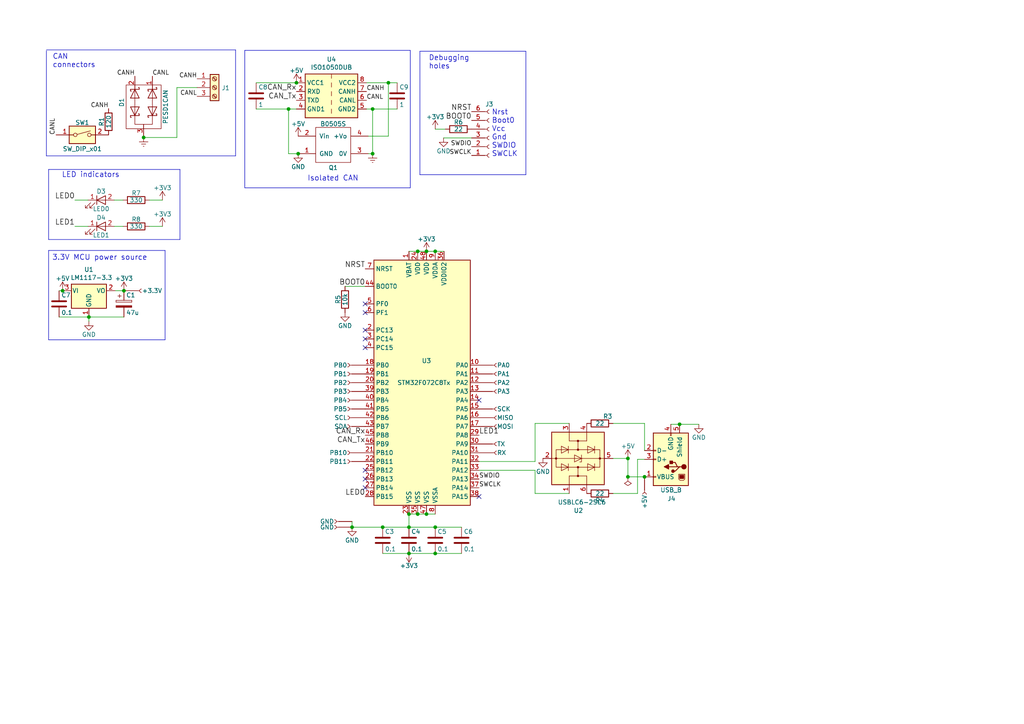
<source format=kicad_sch>
(kicad_sch (version 20230121) (generator eeschema)
  (paper "A4")
  (title_block (title "STM32F0x2 based USB<>CAN converter (isolated)") (company "SAO RAS"))
  (lib_symbols
    (symbol "Connector:Conn_01x01_Female" (pin_numbers hide) (pin_names (offset 1.016) hide)
      (property "Reference" "J" (at 0 2.54 0))
      (property "Value" "Conn_01x01_Female" (at 0 -2.54 0))
      (symbol "Conn_01x01_Female_1_1"
        (polyline (pts (xy -1.27 0) (xy -0.508 0)) (stroke (width 0.1524)))
        (arc (start 0 0.508) (mid -0.5058 0) (end 0 -0.508) (stroke (width 0.1524)))
        (pin passive line (at -5.08 0 0) (length 3.81) (name "Pin_1") (number "1"))
      )
    )
    (symbol "Connector:Conn_01x06_Female" (pin_names (offset 1.016) hide)
      (property "Reference" "J" (at 0 7.62 0))
      (property "Value" "Conn_01x06_Female" (at 0 -10.16 0))
      (symbol "Conn_01x06_Female_1_1"
        (arc (start 0 -7.112) (mid -0.5058 -7.62) (end 0 -8.128) (stroke (width 0.1524)))
        (arc (start 0 -4.572) (mid -0.5058 -5.08) (end 0 -5.588) (stroke (width 0.1524)))
        (arc (start 0 -2.032) (mid -0.5058 -2.54) (end 0 -3.048) (stroke (width 0.1524)))
        (polyline (pts (xy -1.27 -7.62) (xy -0.508 -7.62)) (stroke (width 0.1524)))
        (polyline (pts (xy -1.27 -5.08) (xy -0.508 -5.08)) (stroke (width 0.1524)))
        (polyline (pts (xy -1.27 -2.54) (xy -0.508 -2.54)) (stroke (width 0.1524)))
        (polyline (pts (xy -1.27 0) (xy -0.508 0)) (stroke (width 0.1524)))
        (polyline (pts (xy -1.27 2.54) (xy -0.508 2.54)) (stroke (width 0.1524)))
        (polyline (pts (xy -1.27 5.08) (xy -0.508 5.08)) (stroke (width 0.1524)))
        (arc (start 0 0.508) (mid -0.5058 0) (end 0 -0.508) (stroke (width 0.1524)))
        (arc (start 0 3.048) (mid -0.5058 2.54) (end 0 2.032) (stroke (width 0.1524)))
        (arc (start 0 5.588) (mid -0.5058 5.08) (end 0 4.572) (stroke (width 0.1524)))
        (pin passive line (at -5.08 5.08 0) (length 3.81) (name "Pin_1") (number "1"))
        (pin passive line (at -5.08 2.54 0) (length 3.81) (name "Pin_2") (number "2"))
        (pin passive line (at -5.08 0 0) (length 3.81) (name "Pin_3") (number "3"))
        (pin passive line (at -5.08 -2.54 0) (length 3.81) (name "Pin_4") (number "4"))
        (pin passive line (at -5.08 -5.08 0) (length 3.81) (name "Pin_5") (number "5"))
        (pin passive line (at -5.08 -7.62 0) (length 3.81) (name "Pin_6") (number "6"))
      )
    )
    (symbol "Connector:Screw_Terminal_01x03" (pin_names (offset 1.016) hide)
      (property "Reference" "J" (at 0 5.08 0))
      (property "Value" "Screw_Terminal_01x03" (at 0 -5.08 0))
      (symbol "Screw_Terminal_01x03_1_1"
        (rectangle (start -1.27 3.81) (end 1.27 -3.81) (stroke (width 0.254)) (fill (type background)))
        (circle (center 0 -2.54) (radius 0.635) (stroke (width 0.1524)))
        (polyline (pts (xy -0.5334 -2.2098) (xy 0.3302 -3.048)) (stroke (width 0.1524)))
        (polyline (pts (xy -0.5334 0.3302) (xy 0.3302 -0.508)) (stroke (width 0.1524)))
        (polyline (pts (xy -0.5334 2.8702) (xy 0.3302 2.032)) (stroke (width 0.1524)))
        (polyline (pts (xy -0.3556 -2.032) (xy 0.508 -2.8702)) (stroke (width 0.1524)))
        (polyline (pts (xy -0.3556 0.508) (xy 0.508 -0.3302)) (stroke (width 0.1524)))
        (polyline (pts (xy -0.3556 3.048) (xy 0.508 2.2098)) (stroke (width 0.1524)))
        (circle (center 0 0) (radius 0.635) (stroke (width 0.1524)))
        (circle (center 0 2.54) (radius 0.635) (stroke (width 0.1524)))
        (pin passive line (at -5.08 2.54 0) (length 3.81) (name "Pin_1") (number "1"))
        (pin passive line (at -5.08 0 0) (length 3.81) (name "Pin_2") (number "2"))
        (pin passive line (at -5.08 -2.54 0) (length 3.81) (name "Pin_3") (number "3"))
      )
    )
    (symbol "Connector:USB_B" (pin_names (offset 1.016))
      (property "Reference" "J" (at -5.08 11.43 0))
      (property "Value" "USB_B" (at -5.08 8.89 0))
      (symbol "USB_B_0_1"
        (rectangle (start -5.08 -7.62) (end 5.08 7.62) (stroke (width 0.254)) (fill (type background)))
        (circle (center -3.81 2.159) (radius 0.635) (stroke (width 0.254)) (fill (type outline)))
        (rectangle (start -3.81 5.588) (end -2.54 4.572) (fill (type outline)))
        (circle (center -0.635 3.429) (radius 0.381) (stroke (width 0.254)) (fill (type outline)))
        (rectangle (start -0.127 -7.62) (end 0.127 -6.858))
        (polyline (pts (xy -1.905 2.159) (xy 0.635 2.159)) (stroke (width 0.254)))
        (polyline (pts (xy -3.175 2.159) (xy -2.54 2.159) (xy -1.27 3.429) (xy -0.635 3.429)) (stroke (width 0.254)))
        (polyline (pts (xy -2.54 2.159) (xy -1.905 2.159) (xy -1.27 0.889) (xy 0 0.889)) (stroke (width 0.254)))
        (polyline (pts (xy 0.635 2.794) (xy 0.635 1.524) (xy 1.905 2.159) (xy 0.635 2.794)) (stroke (width 0.254)) (fill (type outline)))
        (polyline (pts (xy -4.064 4.318) (xy -2.286 4.318) (xy -2.286 5.715) (xy -2.667 6.096) (xy -3.683 6.096) (xy -4.064 5.715) (xy -4.064 4.318)))
        (rectangle (start 0.254 1.27) (end -0.508 0.508) (stroke (width 0.254)) (fill (type outline)))
        (rectangle (start 5.08 -2.667) (end 4.318 -2.413))
        (rectangle (start 5.08 -0.127) (end 4.318 0.127))
        (rectangle (start 5.08 4.953) (end 4.318 5.207))
      )
      (symbol "USB_B_1_1"
        (pin power_out line (at 7.62 5.08 180) (length 2.54) (name "VBUS") (number "1"))
        (pin bidirectional line (at 7.62 -2.54 180) (length 2.54) (name "D-") (number "2"))
        (pin bidirectional line (at 7.62 0 180) (length 2.54) (name "D+") (number "3"))
        (pin power_out line (at 0 -10.16 90) (length 2.54) (name "GND") (number "4"))
        (pin passive line (at -2.54 -10.16 90) (length 2.54) (name "Shield") (number "5"))
      )
    )
    (symbol "Interface_CAN_LIN:ISO1050DUB"
      (property "Reference" "U" (at -6.35 6.35 0))
      (property "Value" "ISO1050DUB" (at 2.54 6.35 0))
      (symbol "ISO1050DUB_0_1"
        (rectangle (start -7.62 5.08) (end 7.62 -7.62) (stroke (width 0.254)) (fill (type background)))
        (polyline (pts (xy 0 -5.08) (xy 0 -6.35)))
        (polyline (pts (xy 0 -2.54) (xy 0 -3.81)))
        (polyline (pts (xy 0 0) (xy 0 -1.27)))
        (polyline (pts (xy 0 2.54) (xy 0 1.27)))
        (polyline (pts (xy 0 5.08) (xy 0 3.81)))
      )
      (symbol "ISO1050DUB_1_1"
        (pin power_in line (at -10.16 2.54 0) (length 2.54) (name "VCC1") (number "1"))
        (pin output line (at -10.16 0 0) (length 2.54) (name "RXD") (number "2"))
        (pin input line (at -10.16 -2.54 0) (length 2.54) (name "TXD") (number "3"))
        (pin power_in line (at -10.16 -5.08 0) (length 2.54) (name "GND1") (number "4"))
        (pin power_in line (at 10.16 -5.08 180) (length 2.54) (name "GND2") (number "5"))
        (pin bidirectional line (at 10.16 -2.54 180) (length 2.54) (name "CANL") (number "6"))
        (pin bidirectional line (at 10.16 0 180) (length 2.54) (name "CANH") (number "7"))
        (pin power_in line (at 10.16 2.54 180) (length 2.54) (name "VCC2") (number "8"))
      )
    )
    (symbol "MCU_ST_STM32F0:STM32F072C8Tx"
      (property "Reference" "U" (at -15.24 36.83 0))
      (property "Value" "STM32F072C8Tx" (at 7.62 36.83 0))
      (symbol "STM32F072C8Tx_0_1"
        (rectangle (start -15.24 -35.56) (end 12.7 35.56) (stroke (width 0.254)) (fill (type background)))
      )
      (symbol "STM32F072C8Tx_1_1"
        (pin power_in line (at -5.08 38.1 270) (length 2.54) (name "VBAT") (number "1"))
        (pin bidirectional line (at 15.24 5.08 180) (length 2.54) (name "PA0") (number "10"))
        (pin bidirectional line (at 15.24 2.54 180) (length 2.54) (name "PA1") (number "11"))
        (pin bidirectional line (at 15.24 0 180) (length 2.54) (name "PA2") (number "12"))
        (pin bidirectional line (at 15.24 -2.54 180) (length 2.54) (name "PA3") (number "13"))
        (pin bidirectional line (at 15.24 -5.08 180) (length 2.54) (name "PA4") (number "14"))
        (pin bidirectional line (at 15.24 -7.62 180) (length 2.54) (name "PA5") (number "15"))
        (pin bidirectional line (at 15.24 -10.16 180) (length 2.54) (name "PA6") (number "16"))
        (pin bidirectional line (at 15.24 -12.7 180) (length 2.54) (name "PA7") (number "17"))
        (pin bidirectional line (at -17.78 5.08 0) (length 2.54) (name "PB0") (number "18"))
        (pin bidirectional line (at -17.78 2.54 0) (length 2.54) (name "PB1") (number "19"))
        (pin bidirectional line (at -17.78 15.24 0) (length 2.54) (name "PC13") (number "2"))
        (pin bidirectional line (at -17.78 0 0) (length 2.54) (name "PB2") (number "20"))
        (pin bidirectional line (at -17.78 -20.32 0) (length 2.54) (name "PB10") (number "21"))
        (pin bidirectional line (at -17.78 -22.86 0) (length 2.54) (name "PB11") (number "22"))
        (pin power_in line (at -5.08 -38.1 90) (length 2.54) (name "VSS") (number "23"))
        (pin power_in line (at -2.54 38.1 270) (length 2.54) (name "VDD") (number "24"))
        (pin bidirectional line (at -17.78 -25.4 0) (length 2.54) (name "PB12") (number "25"))
        (pin bidirectional line (at -17.78 -27.94 0) (length 2.54) (name "PB13") (number "26"))
        (pin bidirectional line (at -17.78 -30.48 0) (length 2.54) (name "PB14") (number "27"))
        (pin bidirectional line (at -17.78 -33.02 0) (length 2.54) (name "PB15") (number "28"))
        (pin bidirectional line (at 15.24 -15.24 180) (length 2.54) (name "PA8") (number "29"))
        (pin bidirectional line (at -17.78 12.7 0) (length 2.54) (name "PC14") (number "3"))
        (pin bidirectional line (at 15.24 -17.78 180) (length 2.54) (name "PA9") (number "30"))
        (pin bidirectional line (at 15.24 -20.32 180) (length 2.54) (name "PA10") (number "31"))
        (pin bidirectional line (at 15.24 -22.86 180) (length 2.54) (name "PA11") (number "32"))
        (pin bidirectional line (at 15.24 -25.4 180) (length 2.54) (name "PA12") (number "33"))
        (pin bidirectional line (at 15.24 -27.94 180) (length 2.54) (name "PA13") (number "34"))
        (pin power_in line (at -2.54 -38.1 90) (length 2.54) (name "VSS") (number "35"))
        (pin power_in line (at 5.08 38.1 270) (length 2.54) (name "VDDIO2") (number "36"))
        (pin bidirectional line (at 15.24 -30.48 180) (length 2.54) (name "PA14") (number "37"))
        (pin bidirectional line (at 15.24 -33.02 180) (length 2.54) (name "PA15") (number "38"))
        (pin bidirectional line (at -17.78 -2.54 0) (length 2.54) (name "PB3") (number "39"))
        (pin bidirectional line (at -17.78 10.16 0) (length 2.54) (name "PC15") (number "4"))
        (pin bidirectional line (at -17.78 -5.08 0) (length 2.54) (name "PB4") (number "40"))
        (pin bidirectional line (at -17.78 -7.62 0) (length 2.54) (name "PB5") (number "41"))
        (pin bidirectional line (at -17.78 -10.16 0) (length 2.54) (name "PB6") (number "42"))
        (pin bidirectional line (at -17.78 -12.7 0) (length 2.54) (name "PB7") (number "43"))
        (pin input line (at -17.78 27.94 0) (length 2.54) (name "BOOT0") (number "44"))
        (pin bidirectional line (at -17.78 -15.24 0) (length 2.54) (name "PB8") (number "45"))
        (pin bidirectional line (at -17.78 -17.78 0) (length 2.54) (name "PB9") (number "46"))
        (pin power_in line (at 0 -38.1 90) (length 2.54) (name "VSS") (number "47"))
        (pin power_in line (at 0 38.1 270) (length 2.54) (name "VDD") (number "48"))
        (pin input line (at -17.78 22.86 0) (length 2.54) (name "PF0") (number "5"))
        (pin input line (at -17.78 20.32 0) (length 2.54) (name "PF1") (number "6"))
        (pin input line (at -17.78 33.02 0) (length 2.54) (name "NRST") (number "7"))
        (pin power_in line (at 2.54 -38.1 90) (length 2.54) (name "VSSA") (number "8"))
        (pin power_in line (at 2.54 38.1 270) (length 2.54) (name "VDDA") (number "9"))
      )
    )
    (symbol "Power_Protection:USBLC6-2SC6" (pin_names hide)
      (property "Reference" "U" (at 2.54 8.89 0))
      (property "Value" "USBLC6-2SC6" (at 2.54 -8.89 0))
      (symbol "USBLC6-2SC6_0_1"
        (rectangle (start -7.62 -7.62) (end 7.62 7.62) (stroke (width 0.254)) (fill (type background)))
        (circle (center -5.08 0) (radius 0.254) (fill (type outline)))
        (circle (center -2.54 0) (radius 0.254) (fill (type outline)))
        (rectangle (start -2.54 6.35) (end 2.54 -6.35))
        (circle (center 0 -6.35) (radius 0.254) (fill (type outline)))
        (polyline (pts (xy -5.08 -2.54) (xy -7.62 -2.54)))
        (polyline (pts (xy -5.08 0) (xy -5.08 -2.54)))
        (polyline (pts (xy -5.08 2.54) (xy -7.62 2.54)))
        (polyline (pts (xy -1.524 -2.794) (xy -3.556 -2.794)))
        (polyline (pts (xy -1.524 4.826) (xy -3.556 4.826)))
        (polyline (pts (xy 0 -7.62) (xy 0 -6.35)))
        (polyline (pts (xy 0 -6.35) (xy 0 1.27)))
        (polyline (pts (xy 0 1.27) (xy 0 6.35)))
        (polyline (pts (xy 0 6.35) (xy 0 7.62)))
        (polyline (pts (xy 1.524 -2.794) (xy 3.556 -2.794)))
        (polyline (pts (xy 1.524 4.826) (xy 3.556 4.826)))
        (polyline (pts (xy 5.08 -2.54) (xy 7.62 -2.54)))
        (polyline (pts (xy 5.08 0) (xy 5.08 -2.54)))
        (polyline (pts (xy 5.08 2.54) (xy 7.62 2.54)))
        (polyline (pts (xy -2.54 0) (xy -5.08 0) (xy -5.08 2.54)))
        (polyline (pts (xy 2.54 0) (xy 5.08 0) (xy 5.08 2.54)))
        (polyline (pts (xy -3.556 -4.826) (xy -1.524 -4.826) (xy -2.54 -2.794) (xy -3.556 -4.826)))
        (polyline (pts (xy -3.556 2.794) (xy -1.524 2.794) (xy -2.54 4.826) (xy -3.556 2.794)))
        (polyline (pts (xy -1.016 -1.016) (xy 1.016 -1.016) (xy 0 1.016) (xy -1.016 -1.016)))
        (polyline (pts (xy 1.016 1.016) (xy 0.762 1.016) (xy -1.016 1.016) (xy -1.016 0.508)))
        (polyline (pts (xy 3.556 -4.826) (xy 1.524 -4.826) (xy 2.54 -2.794) (xy 3.556 -4.826)))
        (polyline (pts (xy 3.556 2.794) (xy 1.524 2.794) (xy 2.54 4.826) (xy 3.556 2.794)))
        (circle (center 0 6.35) (radius 0.254) (fill (type outline)))
        (circle (center 2.54 0) (radius 0.254) (fill (type outline)))
        (circle (center 5.08 0) (radius 0.254) (fill (type outline)))
      )
      (symbol "USBLC6-2SC6_1_1"
        (pin passive line (at -10.16 -2.54 0) (length 2.54) (name "I/O1") (number "1"))
        (pin passive line (at 0 -10.16 90) (length 2.54) (name "GND") (number "2"))
        (pin passive line (at 10.16 -2.54 180) (length 2.54) (name "I/O2") (number "3"))
        (pin passive line (at 10.16 2.54 180) (length 2.54) (name "I/O2") (number "4"))
        (pin passive line (at 0 10.16 270) (length 2.54) (name "VBUS") (number "5"))
        (pin passive line (at -10.16 2.54 0) (length 2.54) (name "I/O1") (number "6"))
      )
    )
    (symbol "Regulator_Linear:LM1117-3.3" (pin_names (offset 0.254))
      (property "Reference" "U" (at -3.81 3.175 0))
      (property "Value" "LM1117-3.3" (at 0 3.175 0))
      (symbol "LM1117-3.3_0_1"
        (rectangle (start -5.08 -5.08) (end 5.08 1.905) (stroke (width 0.254)) (fill (type background)))
      )
      (symbol "LM1117-3.3_1_1"
        (pin power_in line (at 0 -7.62 90) (length 2.54) (name "GND") (number "1"))
        (pin power_out line (at 7.62 0 180) (length 2.54) (name "VO") (number "2"))
        (pin power_in line (at -7.62 0 0) (length 2.54) (name "VI") (number "3"))
      )
    )
    (symbol "Switch:SW_DIP_x01" (pin_names (offset 0) hide)
      (property "Reference" "SW" (at 0 3.81 0))
      (property "Value" "SW_DIP_x01" (at 0 -3.81 0))
      (symbol "SW_DIP_x01_0_0"
        (circle (center -2.032 0) (radius 0.508))
        (polyline (pts (xy -1.524 0.127) (xy 2.3622 1.1684)))
        (circle (center 2.032 0) (radius 0.508))
      )
      (symbol "SW_DIP_x01_0_1"
        (rectangle (start -3.81 2.54) (end 3.81 -2.54) (stroke (width 0.254)) (fill (type background)))
      )
      (symbol "SW_DIP_x01_1_1"
        (pin passive line (at -7.62 0 0) (length 5.08) (name "~") (number "1"))
        (pin passive line (at 7.62 0 180) (length 5.08) (name "~") (number "2"))
      )
    )
    (symbol "elements:B0505S" (pin_names (offset 1.016))
      (property "Reference" "Q?" (at 0 6.35 0))
      (property "Value" "B0505S" (at 0 -6.35 0))
      (symbol "B0505S_0_1"
        (rectangle (start -5.08 5.08) (end 5.08 -5.08))
      )
      (symbol "B0505S_1_1"
        (pin power_in line (at -10.16 -2.54 0) (length 5.08) (name "GND") (number "1"))
        (pin power_in line (at -10.16 2.54 0) (length 5.08) (name "Vin") (number "2"))
        (pin power_out line (at 10.16 -2.54 180) (length 5.08) (name "0V") (number "3"))
        (pin power_out line (at 10.16 2.54 180) (length 5.08) (name "+Vo") (number "4"))
      )
    )
    (symbol "elements:PESD1CAN" (pin_names (offset 0.762) hide)
      (property "Reference" "D" (at 0 -8.89 0))
      (property "Value" "PESD1CAN" (at 1.27 3.81 0))
      (symbol "PESD1CAN_0_1"
        (rectangle (start -5.08 2.54) (end 7.62 -7.62))
        (polyline (pts (xy -3.556 -5.08) (xy 3.81 -5.08)))
        (polyline (pts (xy -3.556 0) (xy 3.81 0)))
        (polyline (pts (xy -3.81 -3.81) (xy -3.81 -6.35) (xy -3.81 -6.35)) (stroke (width 0.2032)))
        (polyline (pts (xy -3.81 1.27) (xy -3.81 -1.27) (xy -3.81 -1.27)) (stroke (width 0.2032)))
        (polyline (pts (xy 3.81 -3.81) (xy 3.81 -6.35) (xy 3.81 -6.35)) (stroke (width 0.2032)))
        (polyline (pts (xy 3.81 1.27) (xy 3.81 -1.27) (xy 3.81 -1.27)) (stroke (width 0.2032)))
        (polyline (pts (xy -3.81 -3.81) (xy -4.318 -3.81) (xy -4.318 -4.064) (xy -4.318 -4.064)) (stroke (width 0.2032)))
        (polyline (pts (xy -3.81 1.27) (xy -4.318 1.27) (xy -4.318 1.016) (xy -4.318 1.016)) (stroke (width 0.2032)))
        (polyline (pts (xy 3.81 -6.35) (xy 4.318 -6.35) (xy 4.318 -6.096) (xy 4.318 -6.096)) (stroke (width 0.2032)))
        (polyline (pts (xy 3.81 -3.81) (xy 3.302 -3.81) (xy 3.302 -4.064) (xy 3.302 -4.064)) (stroke (width 0.2032)))
        (polyline (pts (xy 3.81 -1.27) (xy 4.318 -1.27) (xy 4.318 -1.016) (xy 4.318 -1.016)) (stroke (width 0.2032)))
        (polyline (pts (xy 3.81 0) (xy 6.35 0) (xy 6.35 -5.08) (xy 3.81 -5.08)))
        (polyline (pts (xy 3.81 1.27) (xy 3.302 1.27) (xy 3.302 1.016) (xy 3.302 1.016)) (stroke (width 0.2032)))
        (polyline (pts (xy -3.302 -6.096) (xy -3.302 -6.35) (xy -3.81 -6.35) (xy -3.81 -6.35) (xy -3.81 -6.35)) (stroke (width 0.2032)))
        (polyline (pts (xy -3.302 -1.016) (xy -3.302 -1.27) (xy -3.81 -1.27) (xy -3.81 -1.27) (xy -3.81 -1.27)) (stroke (width 0.2032)))
        (polyline (pts (xy -1.27 -6.35) (xy -3.81 -5.08) (xy -1.27 -3.81) (xy -1.27 -6.35) (xy -1.27 -6.35) (xy -1.27 -6.35)) (stroke (width 0.2032)))
        (polyline (pts (xy -1.27 -1.27) (xy -3.81 0) (xy -1.27 1.27) (xy -1.27 -1.27) (xy -1.27 -1.27) (xy -1.27 -1.27)) (stroke (width 0.2032)))
        (polyline (pts (xy 1.27 -3.81) (xy 3.81 -5.08) (xy 1.27 -6.35) (xy 1.27 -3.81) (xy 1.27 -3.81) (xy 1.27 -3.81)) (stroke (width 0.2032)))
        (polyline (pts (xy 1.27 1.27) (xy 3.81 0) (xy 1.27 -1.27) (xy 1.27 1.27) (xy 1.27 1.27) (xy 1.27 1.27)) (stroke (width 0.2032)))
        (pin passive line (at -7.62 0 0) (length 3.81) (name "K") (number "1"))
        (pin passive line (at -7.62 -5.08 0) (length 3.81) (name "K") (number "2"))
        (pin passive line (at 10.16 -2.54 180) (length 3.81) (name "O") (number "3"))
      )
    )
    (symbol "power:Earth" (power) (pin_names (offset 0))
      (symbol "Earth_0_1"
        (polyline (pts (xy -0.635 -1.905) (xy 0.635 -1.905)))
        (polyline (pts (xy -0.127 -2.54) (xy 0.127 -2.54)))
        (polyline (pts (xy 0 -1.27) (xy 0 0)))
        (polyline (pts (xy 1.27 -1.27) (xy -1.27 -1.27)))
      )
      (symbol "Earth_1_1"
        (pin power_in line (at 0 0 270) (length 0) hide (name "Earth") (number "1"))
      )
    )
    (symbol "stm32-rescue:+3.3V" (power) (pin_names (offset 0))
      (property "Value" "+3.3V" (at 0 3.556 0))
      (symbol "+3.3V_0_1"
        (polyline (pts (xy -0.762 1.27) (xy 0 2.54)))
        (polyline (pts (xy 0 0) (xy 0 2.54)))
        (polyline (pts (xy 0 2.54) (xy 0.762 1.27)))
      )
      (symbol "+3.3V_1_1"
        (pin power_in line (at 0 0 90) (length 0) hide (name "+3V3") (number "1"))
      )
    )
    (symbol "stm32-rescue:+5V" (power) (pin_names (offset 0))
      (property "Value" "+5V" (at 0 3.556 0))
      (symbol "+5V_0_1"
        (polyline (pts (xy -0.762 1.27) (xy 0 2.54)))
        (polyline (pts (xy 0 0) (xy 0 2.54)))
        (polyline (pts (xy 0 2.54) (xy 0.762 1.27)))
      )
      (symbol "+5V_1_1"
        (pin power_in line (at 0 0 90) (length 0) hide (name "+5V") (number "1"))
      )
    )
    (symbol "stm32-rescue:C" (pin_numbers hide) (pin_names (offset 0.254))
      (property "Reference" "C" (at 0.635 2.54 0))
      (property "Value" "C" (at 0.635 -2.54 0))
      (symbol "C_0_1"
        (polyline (pts (xy -2.032 -0.762) (xy 2.032 -0.762)) (stroke (width 0.508)))
        (polyline (pts (xy -2.032 0.762) (xy 2.032 0.762)) (stroke (width 0.508)))
      )
      (symbol "C_1_1"
        (pin passive line (at 0 3.81 270) (length 2.794) (name "~") (number "1"))
        (pin passive line (at 0 -3.81 90) (length 2.794) (name "~") (number "2"))
      )
    )
    (symbol "stm32-rescue:CONN_01X01" (pin_names (offset 1.016) hide)
      (property "Reference" "J" (at 0 2.54 0))
      (property "Value" "CONN_01X01" (at 2.54 0 90))
      (symbol "CONN_01X01_0_1"
        (rectangle (start -1.27 0.127) (end 0.254 -0.127))
        (rectangle (start -1.27 1.27) (end 1.27 -1.27))
      )
      (symbol "CONN_01X01_1_1"
        (pin passive line (at -5.08 0 0) (length 3.81) (name "P1") (number "1"))
      )
    )
    (symbol "stm32-rescue:CP" (pin_numbers hide) (pin_names (offset 0.254))
      (property "Reference" "C" (at 0.635 2.54 0))
      (property "Value" "CP" (at 0.635 -2.54 0))
      (symbol "CP_0_1"
        (rectangle (start -2.286 0.508) (end -2.286 1.016))
        (rectangle (start -2.286 0.508) (end 2.286 0.508))
        (polyline (pts (xy -1.778 2.286) (xy -0.762 2.286)))
        (polyline (pts (xy -1.27 2.794) (xy -1.27 1.778)))
        (rectangle (start 2.286 -0.508) (end -2.286 -1.016) (fill (type outline)))
        (rectangle (start 2.286 1.016) (end -2.286 1.016))
        (rectangle (start 2.286 1.016) (end 2.286 0.508))
      )
      (symbol "CP_1_1"
        (pin passive line (at 0 3.81 270) (length 2.794) (name "~") (number "1"))
        (pin passive line (at 0 -3.81 90) (length 2.794) (name "~") (number "2"))
      )
    )
    (symbol "stm32-rescue:GND" (power) (pin_names (offset 0))
      (property "Value" "GND" (at 0 -3.81 0))
      (symbol "GND_0_1"
        (polyline (pts (xy 0 0) (xy 0 -1.27) (xy 1.27 -1.27) (xy 0 -2.54) (xy -1.27 -1.27) (xy 0 -1.27)))
      )
      (symbol "GND_1_1"
        (pin power_in line (at 0 0 270) (length 0) hide (name "GND") (number "1"))
      )
    )
    (symbol "stm32-rescue:LED-RESCUE-stm32" (pin_names (offset 1.016) hide)
      (property "Reference" "D" (at 0 2.54 0))
      (property "Value" "LED-RESCUE-stm32" (at 0 -2.54 0))
      (symbol "LED-RESCUE-stm32_0_1"
        (polyline (pts (xy -1.27 -1.27) (xy -1.27 1.27)) (stroke (width 0.2032)))
        (polyline (pts (xy -1.27 0) (xy 1.27 0)))
        (polyline (pts (xy 1.27 -1.27) (xy 1.27 1.27) (xy -1.27 0) (xy 1.27 -1.27)) (stroke (width 0.2032)))
        (polyline (pts (xy -3.048 -0.762) (xy -4.572 -2.286) (xy -3.81 -2.286) (xy -4.572 -2.286) (xy -4.572 -1.524)))
        (polyline (pts (xy -1.778 -0.762) (xy -3.302 -2.286) (xy -2.54 -2.286) (xy -3.302 -2.286) (xy -3.302 -1.524)))
      )
      (symbol "LED-RESCUE-stm32_1_1"
        (pin passive line (at -3.81 0 0) (length 2.54) (name "K") (number "1"))
        (pin passive line (at 3.81 0 180) (length 2.54) (name "A") (number "2"))
      )
    )
    (symbol "stm32-rescue:PWR_FLAG" (power) (pin_numbers hide) (pin_names (offset 0) hide)
      (property "Value" "PWR_FLAG" (at 0 3.81 0))
      (symbol "PWR_FLAG_0_0"
        (pin power_out line (at 0 0 90) (length 0) (name "pwr") (number "1"))
      )
      (symbol "PWR_FLAG_0_1"
        (polyline (pts (xy 0 0) (xy 0 1.27) (xy -1.016 1.905) (xy 0 2.54) (xy 1.016 1.905) (xy 0 1.27)))
      )
    )
    (symbol "stm32-rescue:R" (pin_numbers hide) (pin_names (offset 0))
      (property "Reference" "R" (at 2.032 0 90))
      (property "Value" "R" (at 0 0 90))
      (symbol "R_0_1"
        (rectangle (start -1.016 -2.54) (end 1.016 2.54) (stroke (width 0.254)))
      )
      (symbol "R_1_1"
        (pin passive line (at 0 3.81 270) (length 1.27) (name "~") (number "1"))
        (pin passive line (at 0 -3.81 90) (length 1.27) (name "~") (number "2"))
      )
    )
  )
  (junction (at 85.979 24.003))
  (junction (at 83.693 31.623))
  (junction (at 126.238 72.898))
  (junction (at 126.238 160.528))
  (junction (at 118.618 160.528))
  (junction (at 182.118 132.969))
  (junction (at 121.158 149.098))
  (junction (at 121.158 72.898))
  (junction (at 186.944 138.303))
  (junction (at 35.941 84.328))
  (junction (at 41.656 39.878))
  (junction (at 108.077 31.623))
  (junction (at 126.238 152.908))
  (junction (at 108.077 44.577))
  (junction (at 123.698 72.898))
  (junction (at 118.618 152.908))
  (junction (at 112.649 24.003))
  (junction (at 18.161 84.328))
  (junction (at 182.118 138.303))
  (junction (at 118.618 149.098))
  (junction (at 102.108 152.908))
  (junction (at 86.487 44.577))
  (junction (at 110.998 152.908))
  (junction (at 123.698 149.098))
  (junction (at 25.781 91.948))
  (junction (at 197.104 123.063))
  (no_connect (at 105.918 138.938))
  (no_connect (at 105.918 136.398))
  (no_connect (at 105.918 98.298))
  (no_connect (at 138.938 144.018))
  (no_connect (at 105.918 100.838))
  (no_connect (at 323.85 199.898))
  (no_connect (at 323.85 180.848))
  (no_connect (at 105.918 95.758))
  (no_connect (at 105.918 88.138))
  (no_connect (at 105.918 141.478))
  (no_connect (at 323.85 187.198))
  (no_connect (at 138.938 116.078))
  (no_connect (at 105.918 90.678))
  (no_connect (at 323.85 193.548))
  (wire (pts (xy 21.717 58.039) (xy 25.527 58.039)))
  (wire (pts (xy 110.998 152.908) (xy 118.618 152.908)))
  (wire (pts (xy 177.8 122.809) (xy 186.944 122.809)))
  (wire (pts (xy 155.194 122.809) (xy 155.194 133.858)))
  (wire (pts (xy 121.158 72.898) (xy 123.698 72.898)))
  (wire (pts (xy 108.077 44.577) (xy 106.807 44.577)))
  (wire (pts (xy 128.651 40.005) (xy 136.779 40.005)))
  (wire (pts (xy 112.649 24.003) (xy 115.189 24.003)))
  (wire (pts (xy 126.238 37.465) (xy 129.159 37.465)))
  (wire (pts (xy 17.145 91.948) (xy 25.781 91.948)))
  (wire (pts (xy 197.104 123.063) (xy 202.692 123.063)))
  (wire (pts (xy 106.299 31.623) (xy 108.077 31.623)))
  (polyline (pts (xy 47.879 98.552) (xy 47.879 72.644)))
  (polyline (pts (xy 13.462 14.732) (xy 13.462 45.212)))
  (polyline (pts (xy 152.527 50.673) (xy 152.527 14.859)))
  (polyline (pts (xy 70.993 14.605) (xy 118.999 14.605)))
  (wire (pts (xy 51.308 25.4) (xy 51.308 39.878)))
  (wire (pts (xy 74.295 31.623) (xy 83.693 31.623)))
  (wire (pts (xy 123.698 72.898) (xy 126.238 72.898)))
  (wire (pts (xy 43.307 65.659) (xy 47.117 65.659)))
  (wire (pts (xy 25.781 91.948) (xy 35.941 91.948)))
  (wire (pts (xy 33.147 65.659) (xy 35.687 65.659)))
  (wire (pts (xy 83.693 31.623) (xy 85.979 31.623)))
  (wire (pts (xy 115.189 31.623) (xy 108.077 31.623)))
  (polyline (pts (xy 152.527 14.859) (xy 121.793 14.859)))
  (wire (pts (xy 118.618 149.098) (xy 121.158 149.098)))
  (wire (pts (xy 121.158 149.098) (xy 123.698 149.098)))
  (wire (pts (xy 123.698 149.098) (xy 126.238 149.098)))
  (wire (pts (xy 106.299 24.003) (xy 112.649 24.003)))
  (wire (pts (xy 126.238 152.908) (xy 133.858 152.908)))
  (wire (pts (xy 194.564 123.063) (xy 197.104 123.063)))
  (wire (pts (xy 177.8 143.129) (xy 184.912 143.129)))
  (wire (pts (xy 155.194 143.129) (xy 165.1 143.129)))
  (polyline (pts (xy 14.097 69.469) (xy 52.197 69.469)))
  (polyline (pts (xy 68.326 14.478) (xy 13.462 14.478)))
  (wire (pts (xy 184.912 133.223) (xy 184.912 143.129)))
  (wire (pts (xy 25.781 93.218) (xy 25.781 91.948)))
  (polyline (pts (xy 14.097 72.644) (xy 14.097 98.552)))
  (wire (pts (xy 43.307 58.039) (xy 47.117 58.039)))
  (wire (pts (xy 106.807 39.497) (xy 112.649 39.497)))
  (polyline (pts (xy 118.999 14.605) (xy 118.999 54.483)))
  (wire (pts (xy 110.998 160.528) (xy 118.618 160.528)))
  (polyline (pts (xy 52.197 69.469) (xy 52.197 49.149)))
  (polyline (pts (xy 13.462 45.212) (xy 68.326 45.212)))
  (wire (pts (xy 118.618 72.898) (xy 121.158 72.898)))
  (wire (pts (xy 21.717 65.659) (xy 25.527 65.659)))
  (wire (pts (xy 18.161 84.328) (xy 17.145 84.328)))
  (polyline (pts (xy 14.097 49.149) (xy 14.097 69.469)))
  (polyline (pts (xy 121.793 14.859) (xy 121.793 50.673)))
  (wire (pts (xy 57.15 25.4) (xy 51.308 25.4)))
  (wire (pts (xy 155.194 136.398) (xy 155.194 143.129)))
  (wire (pts (xy 112.649 39.497) (xy 112.649 24.003)))
  (wire (pts (xy 102.108 151.257) (xy 102.108 152.908)))
  (wire (pts (xy 41.656 39.878) (xy 51.308 39.878)))
  (wire (pts (xy 108.077 31.623) (xy 108.077 44.577)))
  (wire (pts (xy 83.693 44.577) (xy 83.693 31.623)))
  (wire (pts (xy 165.1 122.809) (xy 155.194 122.809)))
  (wire (pts (xy 100.076 83.058) (xy 105.918 83.058)))
  (wire (pts (xy 186.944 138.303) (xy 182.118 138.303)))
  (wire (pts (xy 118.618 152.908) (xy 118.618 149.098)))
  (wire (pts (xy 33.147 58.039) (xy 35.687 58.039)))
  (wire (pts (xy 33.401 84.328) (xy 35.941 84.328)))
  (polyline (pts (xy 121.793 50.673) (xy 152.527 50.673)))
  (polyline (pts (xy 68.326 45.212) (xy 68.326 14.478)))
  (wire (pts (xy 86.487 44.577) (xy 83.693 44.577)))
  (polyline (pts (xy 70.993 54.483) (xy 70.993 14.605)))
  (wire (pts (xy 184.912 133.223) (xy 186.944 133.223)))
  (wire (pts (xy 182.118 132.969) (xy 177.8 132.969)))
  (wire (pts (xy 138.938 133.858) (xy 155.194 133.858)))
  (wire (pts (xy 118.618 160.528) (xy 126.238 160.528)))
  (wire (pts (xy 102.108 152.908) (xy 110.998 152.908)))
  (wire (pts (xy 138.938 136.398) (xy 155.194 136.398)))
  (wire (pts (xy 118.618 152.908) (xy 126.238 152.908)))
  (wire (pts (xy 74.295 24.003) (xy 85.979 24.003)))
  (wire (pts (xy 126.238 72.898) (xy 128.778 72.898)))
  (wire (pts (xy 133.858 160.528) (xy 126.238 160.528)))
  (polyline (pts (xy 14.097 98.552) (xy 47.879 98.552)))
  (polyline (pts (xy 118.999 54.483) (xy 70.993 54.483)))
  (wire (pts (xy 186.944 122.809) (xy 186.944 130.683)))
  (polyline (pts (xy 52.197 49.149) (xy 14.097 49.149)))
  (polyline (pts (xy 47.879 72.644) (xy 14.097 72.644)))
  (wire (pts (xy 182.118 132.969) (xy 182.118 138.303)))
  (text "LED indicators" (at 17.907 51.689 0) (effects (font (size 1.524 1.524)) (justify left bottom)))
  (text "Isolated CAN" (at 104.013 52.705 0) (effects (font (size 1.524 1.524)) (justify right bottom)))
  (text "Debugging\nholes" (at 124.333 20.193 0) (effects (font (size 1.4986 1.4986)) (justify left bottom)))
  (text "3.3V MCU power source" (at 15.113 75.692 0) (effects (font (size 1.524 1.524)) (justify left bottom)))
  (text "Nrst\nBoot0\nVcc\nGnd\nSWDIO\nSWCLK" (at 142.621 45.593 0) (effects (font (size 1.4986 1.4986)) (justify left bottom)))
  (text "CAN\nconnectors" (at 15.24 19.812 0) (effects (font (size 1.4986 1.4986)) (justify left bottom)))
  (label "CANH" (at 106.299 26.543 0))
  (label "CAN_Tx" (at 105.918 128.778 180) (effects (font (size 1.524 1.524))))
  (label "CANL" (at 16.256 39.116 90))
  (label "CANH" (at 57.15 22.86 180))
  (label "CANL" (at 57.15 27.94 180))
  (label "NRST" (at 136.779 32.385 180) (effects (font (size 1.524 1.524))))
  (label "LED0" (at 105.918 144.018 180) (effects (font (size 1.524 1.524))))
  (label "LED1" (at 21.717 65.659 180) (effects (font (size 1.524 1.524))))
  (label "CANL" (at 106.299 29.083 0))
  (label "SWDIO" (at 138.938 138.938 0))
  (label "CAN_Rx" (at 105.918 126.238 180) (effects (font (size 1.524 1.524))))
  (label "CAN_Tx" (at 85.979 29.083 180) (effects (font (size 1.524 1.524))))
  (label "CANL" (at 44.196 22.098 0))
  (label "SWDIO" (at 136.779 42.545 180))
  (label "CANH" (at 39.116 22.098 180))
  (label "LED1" (at 138.938 126.238 0) (effects (font (size 1.524 1.524))))
  (label "BOOT0" (at 136.779 34.925 180) (effects (font (size 1.524 1.524))))
  (label "SWCLK" (at 136.779 45.085 180))
  (label "BOOT0" (at 105.918 83.058 180) (effects (font (size 1.524 1.524))))
  (label "CANH" (at 31.496 31.496 180))
  (label "SWCLK" (at 138.938 141.478 0))
  (label "CAN_Rx" (at 85.979 26.543 180) (effects (font (size 1.524 1.524))))
  (label "NRST" (at 105.918 77.978 180) (effects (font (size 1.524 1.524))))
  (label "LED0" (at 21.717 58.039 180) (effects (font (size 1.524 1.524))))
  (symbol (lib_id "stm32-rescue:C") (at 110.998 156.718 0) (unit 1)
    (property "Reference" "C3" (at 111.633 154.178 0) (effects (justify left)))
    (property "Value" "0.1" (at 111.633 159.258 0) (effects (justify left)))
    (property "Footprint" "Capacitor_SMD:C_0603_1608Metric_Pad1.05x0.95mm_HandSolder" (effects hide))
  )
  (symbol (lib_id "stm32-rescue:+5V") (at 18.161 84.328 0) (unit 1)
    (property "Reference" "#PWR01" (effects hide))
    (property "Value" "+5V" (at 18.161 80.772 0))
  )
  (symbol (lib_id "stm32-rescue:GND") (at 25.781 93.218 0) (unit 1)
    (property "Reference" "#PWR02" (effects hide))
    (property "Value" "GND" (at 25.781 97.028 0))
  )
  (symbol (lib_id "stm32-rescue:CP") (at 35.941 88.138 0) (unit 1)
    (property "Reference" "C1" (at 36.576 85.598 0) (effects (justify left)))
    (property "Value" "47u" (at 36.576 90.678 0) (effects (justify left)))
    (property "Footprint" "Capacitor_Tantalum_SMD:CP_EIA-3216-18_Kemet-A_Pad1.58x1.35mm_HandSolder" (effects hide))
  )
  (symbol (lib_id "stm32-rescue:+3.3V") (at 35.941 84.328 0) (unit 1)
    (property "Reference" "#PWR04" (effects hide))
    (property "Value" "+3.3V" (at 35.941 80.772 0))
  )
  (symbol (lib_id "elements:PESD1CAN") (at 44.196 29.718 270) (unit 1)
    (property "Reference" "D1" (at 35.306 29.718 0))
    (property "Value" "PESD1CAN" (at 48.006 30.988 0))
    (property "Footprint" "TO_SOT_Packages_SMD:SOT-23" (effects hide))
  )
  (symbol (lib_id "stm32-rescue:R") (at 31.496 35.306 180) (unit 1)
    (property "Reference" "R1" (at 29.464 35.306 90))
    (property "Value" "120" (at 31.496 35.306 90))
    (property "Footprint" "Resistor_SMD:R_1210_3225Metric_Pad1.42x2.65mm_HandSolder" (effects hide))
  )
  (symbol (lib_id "stm32-rescue:LED-RESCUE-stm32") (at 29.337 58.039 0) (unit 1)
    (property "Reference" "D3" (at 29.337 55.499 0))
    (property "Value" "LED0" (at 29.337 60.579 0))
    (property "Footprint" "LED_SMD:LED_0805_2012Metric_Pad1.15x1.40mm_HandSolder" (effects hide))
  )
  (symbol (lib_id "stm32-rescue:R") (at 39.497 58.039 90) (unit 1)
    (property "Reference" "R7" (at 39.497 56.007 90))
    (property "Value" "330" (at 39.497 58.039 90))
    (property "Footprint" "Resistor_SMD:R_0603_1608Metric_Pad1.05x0.95mm_HandSolder" (effects hide))
  )
  (symbol (lib_id "stm32-rescue:+3.3V") (at 47.117 58.039 0) (unit 1)
    (property "Reference" "#PWR019" (effects hide))
    (property "Value" "+3.3V" (at 47.117 54.483 0))
  )
  (symbol (lib_id "stm32-rescue:C") (at 118.618 156.718 0) (unit 1)
    (property "Reference" "C4" (at 119.253 154.178 0) (effects (justify left)))
    (property "Value" "0.1" (at 119.253 159.258 0) (effects (justify left)))
    (property "Footprint" "Capacitor_SMD:C_0603_1608Metric_Pad1.05x0.95mm_HandSolder" (effects hide))
  )
  (symbol (lib_id "stm32-rescue:C") (at 126.238 156.718 0) (unit 1)
    (property "Reference" "C5" (at 126.873 154.178 0) (effects (justify left)))
    (property "Value" "0.1" (at 126.873 159.258 0) (effects (justify left)))
    (property "Footprint" "Capacitor_SMD:C_0603_1608Metric_Pad1.05x0.95mm_HandSolder" (effects hide))
  )
  (symbol (lib_id "stm32-rescue:LED-RESCUE-stm32") (at 29.337 65.659 0) (unit 1)
    (property "Reference" "D4" (at 29.337 63.119 0))
    (property "Value" "LED1" (at 29.337 68.199 0))
    (property "Footprint" "LED_SMD:LED_0805_2012Metric_Pad1.15x1.40mm_HandSolder" (effects hide))
  )
  (symbol (lib_id "stm32-rescue:R") (at 39.497 65.659 90) (unit 1)
    (property "Reference" "R8" (at 39.497 63.627 90))
    (property "Value" "330" (at 39.497 65.659 90))
    (property "Footprint" "Resistor_SMD:R_0603_1608Metric_Pad1.05x0.95mm_HandSolder" (effects hide))
  )
  (symbol (lib_id "stm32-rescue:+3.3V") (at 47.117 65.659 0) (unit 1)
    (property "Reference" "#PWR020" (effects hide))
    (property "Value" "+3.3V" (at 47.117 62.103 0))
  )
  (symbol (lib_id "stm32-rescue:+3.3V") (at 118.618 160.528 180) (unit 1)
    (property "Reference" "#PWR09" (effects hide))
    (property "Value" "+3.3V" (at 118.618 164.084 0))
  )
  (symbol (lib_id "stm32-rescue:GND") (at 102.108 152.908 0) (unit 1)
    (property "Reference" "#PWR08" (effects hide))
    (property "Value" "GND" (at 102.108 156.718 0))
  )
  (symbol (lib_id "stm32-rescue:GND") (at 157.48 132.969 0) (unit 1)
    (property "Reference" "#PWR014" (effects hide))
    (property "Value" "GND" (at 157.48 136.779 0))
  )
  (symbol (lib_id "stm32-rescue:C") (at 133.858 156.718 0) (unit 1)
    (property "Reference" "C6" (at 134.493 154.178 0) (effects (justify left)))
    (property "Value" "0.1" (at 134.493 159.258 0) (effects (justify left)))
    (property "Footprint" "Capacitor_SMD:C_0603_1608Metric_Pad1.05x0.95mm_HandSolder" (effects hide))
  )
  (symbol (lib_id "stm32-rescue:PWR_FLAG") (at 182.118 138.303 180) (unit 1)
    (property "Reference" "#FLG01" (effects hide))
    (property "Value" "PWR_FLAG" (effects hide))
  )
  (symbol (lib_id "stm32-rescue:R") (at 100.076 86.868 180) (unit 1)
    (property "Reference" "R5" (at 98.044 86.868 90))
    (property "Value" "10k" (at 100.076 86.868 90))
    (property "Footprint" "Resistor_SMD:R_0603_1608Metric_Pad1.05x0.95mm_HandSolder" (effects hide))
  )
  (symbol (lib_id "stm32-rescue:CONN_01X01") (at 328.93 180.848 0) (unit 1)
    (property "Reference" "P1" (at 328.93 178.308 0))
    (property "Value" "Hole" (at 331.47 180.848 90))
    (property "Footprint" "my_footprints:Hole_3mm" (effects hide))
  )
  (symbol (lib_id "stm32-rescue:CONN_01X01") (at 328.93 187.198 0) (unit 1)
    (property "Reference" "P2" (at 328.93 184.658 0))
    (property "Value" "Hole" (at 331.47 187.198 90))
    (property "Footprint" "my_footprints:Hole_3mm" (effects hide))
  )
  (symbol (lib_id "stm32-rescue:CONN_01X01") (at 328.93 193.548 0) (unit 1)
    (property "Reference" "P3" (at 328.93 191.008 0))
    (property "Value" "Hole" (at 331.47 193.548 90))
    (property "Footprint" "my_footprints:Hole_3mm" (effects hide))
  )
  (symbol (lib_id "stm32-rescue:CONN_01X01") (at 328.93 199.898 0) (unit 1)
    (property "Reference" "P4" (at 328.93 197.358 0))
    (property "Value" "Hole" (at 331.47 199.898 90))
    (property "Footprint" "my_footprints:Hole_3mm" (effects hide))
  )
  (symbol (lib_id "stm32-rescue:R") (at 173.99 122.809 270) (unit 1)
    (property "Reference" "R3" (at 176.276 120.777 90))
    (property "Value" "22" (at 173.99 122.809 90))
    (property "Footprint" "Resistor_SMD:R_0603_1608Metric_Pad1.05x0.95mm_HandSolder" (effects hide))
  )
  (symbol (lib_id "stm32-rescue:R") (at 173.99 143.129 270) (unit 1)
    (property "Reference" "R4" (at 173.99 145.161 90))
    (property "Value" "22" (at 173.99 143.129 90))
    (property "Footprint" "Resistor_SMD:R_0603_1608Metric_Pad1.05x0.95mm_HandSolder" (effects hide))
  )
  (symbol (lib_id "Interface_CAN_LIN:ISO1050DUB") (at 96.139 26.543 0) (unit 1)
    (property "Reference" "U4" (at 96.139 17.2212 0))
    (property "Value" "ISO1050DUB" (at 96.139 19.5326 0))
    (property "Footprint" "Package_SO:SOP-8_6.62x9.15mm_P2.54mm" (effects hide))
    (property "Datasheet" "http://www.ti.com/lit/ds/symlink/iso1050.pdf" (effects hide))
  )
  (symbol (lib_id "elements:B0505S") (at 96.647 42.037 0) (unit 1)
    (property "Reference" "Q1" (at 96.647 48.641 0))
    (property "Value" "B0505S" (at 96.647 35.941 0))
    (property "Footprint" "my_footprints:B0x0xS" (effects hide))
  )
  (symbol (lib_id "Connector:USB_B") (at 194.564 133.223 180) (unit 1)
    (property "Reference" "J4" (at 193.548 144.653 0) (effects (justify right)))
    (property "Value" "USB_B" (at 191.516 142.113 0) (effects (justify right)))
    (property "Footprint" "Connector_USB:USB_B_Lumberg_2411_02_Horizontal" (effects hide))
    (property "Datasheet" " ~" (effects hide))
  )
  (symbol (lib_id "stm32-rescue:GND") (at 202.692 123.063 0) (unit 1)
    (property "Reference" "#PWR018" (effects hide))
    (property "Value" "GND" (at 202.692 126.873 0))
  )
  (symbol (lib_id "MCU_ST_STM32F0:STM32F072C8Tx") (at 123.698 110.998 0) (unit 1)
    (property "Reference" "U3" (at 123.698 104.648 0))
    (property "Value" "STM32F072C8Tx" (at 122.936 110.998 0))
    (property "Footprint" "Package_QFP:LQFP-48_7x7mm_P0.5mm" (effects hide))
    (property "Datasheet" "http://www.st.com/st-web-ui/static/active/en/resource/technical/document/datasheet/DM00090510.pdf" (effects hide))
  )
  (symbol (lib_id "stm32-rescue:+3.3V") (at 123.698 72.898 0) (unit 1)
    (property "Reference" "#PWR010" (effects hide))
    (property "Value" "+3.3V" (at 123.698 69.342 0))
  )
  (symbol (lib_id "Connector:Screw_Terminal_01x03") (at 62.23 25.4 0) (unit 1)
    (property "Reference" "J1" (at 64.262 25.5016 0) (effects (justify left)))
    (property "Value" "Screw_Terminal_01x03" (effects hide))
    (property "Footprint" "TerminalBlock_Phoenix:TerminalBlock_Phoenix_MKDS-1,5-3_1x03_P5.00mm_Horizontal" (effects hide))
  )
  (symbol (lib_id "Connector:Conn_01x06_Female") (at 141.859 40.005 0) (mirror x) (unit 1)
    (property "Reference" "J3" (at 140.716 30.226 0) (effects (justify left)))
    (property "Value" "SWDetc" (effects hide))
    (property "Footprint" "Connector_PinHeader_1.27mm:PinHeader_1x06_P1.27mm_Vertical" (effects hide))
  )
  (symbol (lib_id "stm32-rescue:GND") (at 128.651 40.005 0) (unit 1)
    (property "Reference" "#PWR015" (effects hide))
    (property "Value" "GND" (at 128.651 43.815 0))
  )
  (symbol (lib_id "stm32-rescue:R") (at 132.969 37.465 90) (unit 1)
    (property "Reference" "R6" (at 132.969 35.433 90))
    (property "Value" "22" (at 132.969 37.465 90))
    (property "Footprint" "Resistor_SMD:R_0603_1608Metric_Pad1.05x0.95mm_HandSolder" (effects hide))
  )
  (symbol (lib_id "stm32-rescue:+3.3V") (at 126.238 37.465 0) (unit 1)
    (property "Reference" "#PWR016" (effects hide))
    (property "Value" "+3.3V" (at 126.238 33.909 0))
  )
  (symbol (lib_id "Switch:SW_DIP_x01") (at 23.876 39.116 0) (unit 1)
    (property "Reference" "SW1" (at 23.876 35.56 0))
    (property "Value" "SW_DIP_x01" (at 23.876 43.18 0))
    (property "Footprint" "Button_Switch_THT:SW_DIP_SPSTx01_Slide_6.7x4.1mm_W7.62mm_P2.54mm_LowProfile" (effects hide))
  )
  (symbol (lib_id "stm32-rescue:+5V") (at 86.487 39.497 0) (unit 1)
    (property "Reference" "#PWR012" (effects hide))
    (property "Value" "+5V" (at 86.487 35.941 0))
  )
  (symbol (lib_id "stm32-rescue:+5V") (at 85.979 24.003 0) (unit 1)
    (property "Reference" "#PWR011" (effects hide))
    (property "Value" "+5V" (at 85.979 20.447 0))
  )
  (symbol (lib_id "Regulator_Linear:LM1117-3.3") (at 25.781 84.328 0) (unit 1)
    (property "Reference" "U1" (at 25.781 78.1812 0))
    (property "Value" "LM1117-3.3" (at 26.543 80.518 0))
    (property "Footprint" "TO_SOT_Packages_SMD:SOT-223-3_TabPin2" (effects hide))
    (property "Datasheet" "http://www.ti.com/lit/ds/symlink/lm1117.pdf" (effects hide))
  )
  (symbol (lib_id "stm32-rescue:C") (at 17.145 88.138 0) (unit 1)
    (property "Reference" "C7" (at 17.78 85.598 0) (effects (justify left)))
    (property "Value" "0.1" (at 17.78 90.678 0) (effects (justify left)))
    (property "Footprint" "Capacitor_SMD:C_0603_1608Metric_Pad1.05x0.95mm_HandSolder" (effects hide))
  )
  (symbol (lib_id "stm32-rescue:C") (at 115.189 27.813 0) (unit 1)
    (property "Reference" "C9" (at 115.824 25.273 0) (effects (justify left)))
    (property "Value" "1" (at 115.824 30.353 0) (effects (justify left)))
    (property "Footprint" "Capacitor_SMD:C_0805_2012Metric_Pad1.15x1.40mm_HandSolder" (effects hide))
  )
  (symbol (lib_id "stm32-rescue:C") (at 74.295 27.813 0) (unit 1)
    (property "Reference" "C8" (at 74.93 25.273 0) (effects (justify left)))
    (property "Value" "1" (at 74.93 30.353 0) (effects (justify left)))
    (property "Footprint" "Capacitor_SMD:C_0805_2012Metric_Pad1.15x1.40mm_HandSolder" (effects hide))
  )
  (symbol (lib_id "power:Earth") (at 41.656 39.878 0) (unit 1)
    (property "Reference" "#PWR0107" (effects hide))
    (property "Value" "Earth" (effects hide))
  )
  (symbol (lib_id "power:Earth") (at 108.077 44.577 0) (unit 1)
    (property "Reference" "#PWR0104" (effects hide))
    (property "Value" "Earth" (effects hide))
  )
  (symbol (lib_id "stm32-rescue:GND") (at 86.487 44.577 0) (unit 1)
    (property "Reference" "#PWR0106" (effects hide))
    (property "Value" "GND" (at 86.487 48.387 0))
  )
  (symbol (lib_id "Connector:Conn_01x01_Female") (at 100.838 113.538 180) (unit 1)
    (property "Reference" "J16" (effects hide))
    (property "Value" "PB3" (at 100.711 113.538 0) (effects (justify left)))
    (property "Footprint" "TestPoint:TestPoint_THTPad_1.5x1.5mm_Drill0.7mm" (effects hide))
  )
  (symbol (lib_id "Power_Protection:USBLC6-2SC6") (at 167.64 132.969 270) (mirror x) (unit 1)
    (property "Reference" "U2" (at 167.767 148.082 90))
    (property "Value" "USBLC6-2SC6" (at 168.783 145.669 90))
    (property "Footprint" "Package_TO_SOT_SMD:SOT-23-6_Handsoldering" (effects hide))
    (property "Datasheet" "https://www.st.com/resource/en/datasheet/usblc6-2.pdf" (effects hide))
  )
  (symbol (lib_id "Connector:Conn_01x01_Female") (at 144.018 105.918 0) (unit 1)
    (property "Reference" "J21" (effects hide))
    (property "Value" "PA0" (at 144.145 105.918 0) (effects (justify left)))
    (property "Footprint" "TestPoint:TestPoint_THTPad_1.0x1.0mm_Drill0.5mm" (effects hide))
  )
  (symbol (lib_id "Connector:Conn_01x01_Female") (at 100.838 108.458 180) (unit 1)
    (property "Reference" "J12" (effects hide))
    (property "Value" "PB1" (at 100.711 108.458 0) (effects (justify left)))
    (property "Footprint" "TestPoint:TestPoint_THTPad_1.5x1.5mm_Drill0.7mm" (effects hide))
  )
  (symbol (lib_id "Connector:Conn_01x01_Female") (at 100.838 133.858 180) (unit 1)
    (property "Reference" "J26" (effects hide))
    (property "Value" "PB11" (at 100.711 133.858 0) (effects (justify left)))
    (property "Footprint" "TestPoint:TestPoint_THTPad_1.5x1.5mm_Drill0.7mm" (effects hide))
  )
  (symbol (lib_id "Connector:Conn_01x01_Female") (at 144.018 131.318 0) (unit 1)
    (property "Reference" "J8" (effects hide))
    (property "Value" "RX" (at 144.145 131.318 0) (effects (justify left)))
    (property "Footprint" "TestPoint:TestPoint_THTPad_1.5x1.5mm_Drill0.7mm" (effects hide))
  )
  (symbol (lib_id "Connector:Conn_01x01_Female") (at 97.028 152.908 180) (unit 1)
    (property "Reference" "J18" (effects hide))
    (property "Value" "GND" (at 96.901 152.908 0) (effects (justify left)))
    (property "Footprint" "TestPoint:TestPoint_THTPad_1.5x1.5mm_Drill0.7mm" (effects hide))
  )
  (symbol (lib_id "Connector:Conn_01x01_Female") (at 144.018 118.618 0) (unit 1)
    (property "Reference" "J2" (effects hide))
    (property "Value" "SCK" (at 144.145 118.618 0) (effects (justify left)))
    (property "Footprint" "TestPoint:TestPoint_THTPad_1.5x1.5mm_Drill0.7mm" (effects hide))
  )
  (symbol (lib_id "Connector:Conn_01x01_Female") (at 97.028 151.257 180) (unit 1)
    (property "Reference" "J17" (effects hide))
    (property "Value" "GND" (at 96.901 151.257 0) (effects (justify left)))
    (property "Footprint" "TestPoint:TestPoint_THTPad_1.5x1.5mm_Drill0.7mm" (effects hide))
  )
  (symbol (lib_id "Connector:Conn_01x01_Female") (at 144.018 128.778 0) (unit 1)
    (property "Reference" "J7" (effects hide))
    (property "Value" "TX" (at 144.145 128.778 0) (effects (justify left)))
    (property "Footprint" "TestPoint:TestPoint_THTPad_1.5x1.5mm_Drill0.7mm" (effects hide))
  )
  (symbol (lib_id "Connector:Conn_01x01_Female") (at 100.838 131.318 180) (unit 1)
    (property "Reference" "J25" (effects hide))
    (property "Value" "PB10" (at 100.711 131.318 0) (effects (justify left)))
    (property "Footprint" "TestPoint:TestPoint_THTPad_1.5x1.5mm_Drill0.7mm" (effects hide))
  )
  (symbol (lib_id "Connector:Conn_01x01_Female") (at 100.838 116.078 180) (unit 1)
    (property "Reference" "J13" (effects hide))
    (property "Value" "PB4" (at 100.711 116.078 0) (effects (justify left)))
    (property "Footprint" "TestPoint:TestPoint_THTPad_1.5x1.5mm_Drill0.7mm" (effects hide))
  )
  (symbol (lib_id "Connector:Conn_01x01_Female") (at 100.838 118.618 180) (unit 1)
    (property "Reference" "J14" (effects hide))
    (property "Value" "PB5" (at 100.711 118.618 0) (effects (justify left)))
    (property "Footprint" "TestPoint:TestPoint_THTPad_1.5x1.5mm_Drill0.7mm" (effects hide))
  )
  (symbol (lib_id "Connector:Conn_01x01_Female") (at 100.838 123.698 180) (unit 1)
    (property "Reference" "J10" (effects hide))
    (property "Value" "SDA" (at 100.711 123.698 0) (effects (justify left)))
    (property "Footprint" "TestPoint:TestPoint_THTPad_1.5x1.5mm_Drill0.7mm" (effects hide))
  )
  (symbol (lib_id "Connector:Conn_01x01_Female") (at 100.838 121.158 180) (unit 1)
    (property "Reference" "J9" (effects hide))
    (property "Value" "SCL" (at 100.711 121.158 0) (effects (justify left)))
    (property "Footprint" "TestPoint:TestPoint_THTPad_1.5x1.5mm_Drill0.7mm" (effects hide))
  )
  (symbol (lib_id "Connector:Conn_01x01_Female") (at 144.018 121.158 0) (unit 1)
    (property "Reference" "J5" (effects hide))
    (property "Value" "MISO" (at 144.145 121.158 0) (effects (justify left)))
    (property "Footprint" "TestPoint:TestPoint_THTPad_1.5x1.5mm_Drill0.7mm" (effects hide))
  )
  (symbol (lib_id "Connector:Conn_01x01_Female") (at 144.018 110.998 0) (unit 1)
    (property "Reference" "J23" (effects hide))
    (property "Value" "PA2" (at 144.145 110.998 0) (effects (justify left)))
    (property "Footprint" "TestPoint:TestPoint_THTPad_1.0x1.0mm_Drill0.5mm" (effects hide))
  )
  (symbol (lib_id "stm32-rescue:GND") (at 100.076 90.678 0) (unit 1)
    (property "Reference" "#PWR0102" (effects hide))
    (property "Value" "GND" (at 100.076 94.488 0))
  )
  (symbol (lib_id "stm32-rescue:+5V") (at 182.118 132.969 0) (unit 1)
    (property "Reference" "#PWR0101" (effects hide))
    (property "Value" "+5V" (at 182.118 129.413 0))
  )
  (symbol (lib_id "Connector:Conn_01x01_Female") (at 186.944 143.383 270) (unit 1)
    (property "Reference" "J20" (effects hide))
    (property "Value" "+5V" (at 186.944 143.51 0) (effects (justify left)))
    (property "Footprint" "TestPoint:TestPoint_THTPad_1.5x1.5mm_Drill0.7mm" (effects hide))
  )
  (symbol (lib_id "Connector:Conn_01x01_Female") (at 41.021 84.328 0) (unit 1)
    (property "Reference" "J19" (effects hide))
    (property "Value" "+3.3V" (at 41.148 84.328 0) (effects (justify left)))
    (property "Footprint" "TestPoint:TestPoint_THTPad_1.5x1.5mm_Drill0.7mm" (effects hide))
  )
  (symbol (lib_id "Connector:Conn_01x01_Female") (at 144.018 113.538 0) (unit 1)
    (property "Reference" "J24" (effects hide))
    (property "Value" "PA3" (at 144.145 113.538 0) (effects (justify left)))
    (property "Footprint" "TestPoint:TestPoint_THTPad_1.0x1.0mm_Drill0.5mm" (effects hide))
  )
  (symbol (lib_id "Connector:Conn_01x01_Female") (at 100.838 105.918 180) (unit 1)
    (property "Reference" "J11" (effects hide))
    (property "Value" "PB0" (at 100.711 105.918 0) (effects (justify left)))
    (property "Footprint" "TestPoint:TestPoint_THTPad_1.5x1.5mm_Drill0.7mm" (effects hide))
  )
  (symbol (lib_id "Connector:Conn_01x01_Female") (at 144.018 123.698 0) (unit 1)
    (property "Reference" "J6" (effects hide))
    (property "Value" "MOSI" (at 144.145 123.698 0) (effects (justify left)))
    (property "Footprint" "TestPoint:TestPoint_THTPad_1.5x1.5mm_Drill0.7mm" (effects hide))
  )
  (symbol (lib_id "Connector:Conn_01x01_Female") (at 100.838 110.998 180) (unit 1)
    (property "Reference" "J15" (effects hide))
    (property "Value" "PB2" (at 100.711 110.998 0) (effects (justify left)))
    (property "Footprint" "TestPoint:TestPoint_THTPad_1.5x1.5mm_Drill0.7mm" (effects hide))
  )
  (symbol (lib_id "Connector:Conn_01x01_Female") (at 144.018 108.458 0) (unit 1)
    (property "Reference" "J22" (effects hide))
    (property "Value" "PA1" (at 144.145 108.458 0) (effects (justify left)))
    (property "Footprint" "TestPoint:TestPoint_THTPad_1.0x1.0mm_Drill0.5mm" (effects hide))
  )
)
</source>
